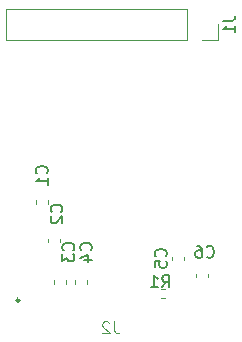
<source format=gbr>
%TF.GenerationSoftware,KiCad,Pcbnew,7.0.2*%
%TF.CreationDate,2025-01-10T16:23:45-06:00*%
%TF.ProjectId,gateDr_displayboard,67617465-4472-45f6-9469-73706c617962,rev?*%
%TF.SameCoordinates,Original*%
%TF.FileFunction,Legend,Bot*%
%TF.FilePolarity,Positive*%
%FSLAX46Y46*%
G04 Gerber Fmt 4.6, Leading zero omitted, Abs format (unit mm)*
G04 Created by KiCad (PCBNEW 7.0.2) date 2025-01-10 16:23:45*
%MOMM*%
%LPD*%
G01*
G04 APERTURE LIST*
%ADD10C,0.150000*%
%ADD11C,0.100000*%
%ADD12C,0.120000*%
%ADD13C,0.241050*%
G04 APERTURE END LIST*
D10*
%TO.C,C3*%
X72117380Y-83333333D02*
X72165000Y-83285714D01*
X72165000Y-83285714D02*
X72212619Y-83142857D01*
X72212619Y-83142857D02*
X72212619Y-83047619D01*
X72212619Y-83047619D02*
X72165000Y-82904762D01*
X72165000Y-82904762D02*
X72069761Y-82809524D01*
X72069761Y-82809524D02*
X71974523Y-82761905D01*
X71974523Y-82761905D02*
X71784047Y-82714286D01*
X71784047Y-82714286D02*
X71641190Y-82714286D01*
X71641190Y-82714286D02*
X71450714Y-82761905D01*
X71450714Y-82761905D02*
X71355476Y-82809524D01*
X71355476Y-82809524D02*
X71260238Y-82904762D01*
X71260238Y-82904762D02*
X71212619Y-83047619D01*
X71212619Y-83047619D02*
X71212619Y-83142857D01*
X71212619Y-83142857D02*
X71260238Y-83285714D01*
X71260238Y-83285714D02*
X71307857Y-83333333D01*
X71212619Y-83666667D02*
X71212619Y-84285714D01*
X71212619Y-84285714D02*
X71593571Y-83952381D01*
X71593571Y-83952381D02*
X71593571Y-84095238D01*
X71593571Y-84095238D02*
X71641190Y-84190476D01*
X71641190Y-84190476D02*
X71688809Y-84238095D01*
X71688809Y-84238095D02*
X71784047Y-84285714D01*
X71784047Y-84285714D02*
X72022142Y-84285714D01*
X72022142Y-84285714D02*
X72117380Y-84238095D01*
X72117380Y-84238095D02*
X72165000Y-84190476D01*
X72165000Y-84190476D02*
X72212619Y-84095238D01*
X72212619Y-84095238D02*
X72212619Y-83809524D01*
X72212619Y-83809524D02*
X72165000Y-83714286D01*
X72165000Y-83714286D02*
X72117380Y-83666667D01*
%TO.C,C6*%
X83416666Y-83867380D02*
X83464285Y-83915000D01*
X83464285Y-83915000D02*
X83607142Y-83962619D01*
X83607142Y-83962619D02*
X83702380Y-83962619D01*
X83702380Y-83962619D02*
X83845237Y-83915000D01*
X83845237Y-83915000D02*
X83940475Y-83819761D01*
X83940475Y-83819761D02*
X83988094Y-83724523D01*
X83988094Y-83724523D02*
X84035713Y-83534047D01*
X84035713Y-83534047D02*
X84035713Y-83391190D01*
X84035713Y-83391190D02*
X83988094Y-83200714D01*
X83988094Y-83200714D02*
X83940475Y-83105476D01*
X83940475Y-83105476D02*
X83845237Y-83010238D01*
X83845237Y-83010238D02*
X83702380Y-82962619D01*
X83702380Y-82962619D02*
X83607142Y-82962619D01*
X83607142Y-82962619D02*
X83464285Y-83010238D01*
X83464285Y-83010238D02*
X83416666Y-83057857D01*
X82559523Y-82962619D02*
X82749999Y-82962619D01*
X82749999Y-82962619D02*
X82845237Y-83010238D01*
X82845237Y-83010238D02*
X82892856Y-83057857D01*
X82892856Y-83057857D02*
X82988094Y-83200714D01*
X82988094Y-83200714D02*
X83035713Y-83391190D01*
X83035713Y-83391190D02*
X83035713Y-83772142D01*
X83035713Y-83772142D02*
X82988094Y-83867380D01*
X82988094Y-83867380D02*
X82940475Y-83915000D01*
X82940475Y-83915000D02*
X82845237Y-83962619D01*
X82845237Y-83962619D02*
X82654761Y-83962619D01*
X82654761Y-83962619D02*
X82559523Y-83915000D01*
X82559523Y-83915000D02*
X82511904Y-83867380D01*
X82511904Y-83867380D02*
X82464285Y-83772142D01*
X82464285Y-83772142D02*
X82464285Y-83534047D01*
X82464285Y-83534047D02*
X82511904Y-83438809D01*
X82511904Y-83438809D02*
X82559523Y-83391190D01*
X82559523Y-83391190D02*
X82654761Y-83343571D01*
X82654761Y-83343571D02*
X82845237Y-83343571D01*
X82845237Y-83343571D02*
X82940475Y-83391190D01*
X82940475Y-83391190D02*
X82988094Y-83438809D01*
X82988094Y-83438809D02*
X83035713Y-83534047D01*
%TO.C,C4*%
X73617380Y-83333333D02*
X73665000Y-83285714D01*
X73665000Y-83285714D02*
X73712619Y-83142857D01*
X73712619Y-83142857D02*
X73712619Y-83047619D01*
X73712619Y-83047619D02*
X73665000Y-82904762D01*
X73665000Y-82904762D02*
X73569761Y-82809524D01*
X73569761Y-82809524D02*
X73474523Y-82761905D01*
X73474523Y-82761905D02*
X73284047Y-82714286D01*
X73284047Y-82714286D02*
X73141190Y-82714286D01*
X73141190Y-82714286D02*
X72950714Y-82761905D01*
X72950714Y-82761905D02*
X72855476Y-82809524D01*
X72855476Y-82809524D02*
X72760238Y-82904762D01*
X72760238Y-82904762D02*
X72712619Y-83047619D01*
X72712619Y-83047619D02*
X72712619Y-83142857D01*
X72712619Y-83142857D02*
X72760238Y-83285714D01*
X72760238Y-83285714D02*
X72807857Y-83333333D01*
X73045952Y-84190476D02*
X73712619Y-84190476D01*
X72665000Y-83952381D02*
X73379285Y-83714286D01*
X73379285Y-83714286D02*
X73379285Y-84333333D01*
%TO.C,C5*%
X79937380Y-83858333D02*
X79985000Y-83810714D01*
X79985000Y-83810714D02*
X80032619Y-83667857D01*
X80032619Y-83667857D02*
X80032619Y-83572619D01*
X80032619Y-83572619D02*
X79985000Y-83429762D01*
X79985000Y-83429762D02*
X79889761Y-83334524D01*
X79889761Y-83334524D02*
X79794523Y-83286905D01*
X79794523Y-83286905D02*
X79604047Y-83239286D01*
X79604047Y-83239286D02*
X79461190Y-83239286D01*
X79461190Y-83239286D02*
X79270714Y-83286905D01*
X79270714Y-83286905D02*
X79175476Y-83334524D01*
X79175476Y-83334524D02*
X79080238Y-83429762D01*
X79080238Y-83429762D02*
X79032619Y-83572619D01*
X79032619Y-83572619D02*
X79032619Y-83667857D01*
X79032619Y-83667857D02*
X79080238Y-83810714D01*
X79080238Y-83810714D02*
X79127857Y-83858333D01*
X79032619Y-84763095D02*
X79032619Y-84286905D01*
X79032619Y-84286905D02*
X79508809Y-84239286D01*
X79508809Y-84239286D02*
X79461190Y-84286905D01*
X79461190Y-84286905D02*
X79413571Y-84382143D01*
X79413571Y-84382143D02*
X79413571Y-84620238D01*
X79413571Y-84620238D02*
X79461190Y-84715476D01*
X79461190Y-84715476D02*
X79508809Y-84763095D01*
X79508809Y-84763095D02*
X79604047Y-84810714D01*
X79604047Y-84810714D02*
X79842142Y-84810714D01*
X79842142Y-84810714D02*
X79937380Y-84763095D01*
X79937380Y-84763095D02*
X79985000Y-84715476D01*
X79985000Y-84715476D02*
X80032619Y-84620238D01*
X80032619Y-84620238D02*
X80032619Y-84382143D01*
X80032619Y-84382143D02*
X79985000Y-84286905D01*
X79985000Y-84286905D02*
X79937380Y-84239286D01*
%TO.C,C2*%
X71117380Y-80083333D02*
X71165000Y-80035714D01*
X71165000Y-80035714D02*
X71212619Y-79892857D01*
X71212619Y-79892857D02*
X71212619Y-79797619D01*
X71212619Y-79797619D02*
X71165000Y-79654762D01*
X71165000Y-79654762D02*
X71069761Y-79559524D01*
X71069761Y-79559524D02*
X70974523Y-79511905D01*
X70974523Y-79511905D02*
X70784047Y-79464286D01*
X70784047Y-79464286D02*
X70641190Y-79464286D01*
X70641190Y-79464286D02*
X70450714Y-79511905D01*
X70450714Y-79511905D02*
X70355476Y-79559524D01*
X70355476Y-79559524D02*
X70260238Y-79654762D01*
X70260238Y-79654762D02*
X70212619Y-79797619D01*
X70212619Y-79797619D02*
X70212619Y-79892857D01*
X70212619Y-79892857D02*
X70260238Y-80035714D01*
X70260238Y-80035714D02*
X70307857Y-80083333D01*
X70307857Y-80464286D02*
X70260238Y-80511905D01*
X70260238Y-80511905D02*
X70212619Y-80607143D01*
X70212619Y-80607143D02*
X70212619Y-80845238D01*
X70212619Y-80845238D02*
X70260238Y-80940476D01*
X70260238Y-80940476D02*
X70307857Y-80988095D01*
X70307857Y-80988095D02*
X70403095Y-81035714D01*
X70403095Y-81035714D02*
X70498333Y-81035714D01*
X70498333Y-81035714D02*
X70641190Y-80988095D01*
X70641190Y-80988095D02*
X71212619Y-80416667D01*
X71212619Y-80416667D02*
X71212619Y-81035714D01*
%TO.C,R1*%
X79656666Y-86462619D02*
X79989999Y-85986428D01*
X80228094Y-86462619D02*
X80228094Y-85462619D01*
X80228094Y-85462619D02*
X79847142Y-85462619D01*
X79847142Y-85462619D02*
X79751904Y-85510238D01*
X79751904Y-85510238D02*
X79704285Y-85557857D01*
X79704285Y-85557857D02*
X79656666Y-85653095D01*
X79656666Y-85653095D02*
X79656666Y-85795952D01*
X79656666Y-85795952D02*
X79704285Y-85891190D01*
X79704285Y-85891190D02*
X79751904Y-85938809D01*
X79751904Y-85938809D02*
X79847142Y-85986428D01*
X79847142Y-85986428D02*
X80228094Y-85986428D01*
X78704285Y-86462619D02*
X79275713Y-86462619D01*
X78989999Y-86462619D02*
X78989999Y-85462619D01*
X78989999Y-85462619D02*
X79085237Y-85605476D01*
X79085237Y-85605476D02*
X79180475Y-85700714D01*
X79180475Y-85700714D02*
X79275713Y-85748333D01*
%TO.C,C1*%
X69867380Y-76833333D02*
X69915000Y-76785714D01*
X69915000Y-76785714D02*
X69962619Y-76642857D01*
X69962619Y-76642857D02*
X69962619Y-76547619D01*
X69962619Y-76547619D02*
X69915000Y-76404762D01*
X69915000Y-76404762D02*
X69819761Y-76309524D01*
X69819761Y-76309524D02*
X69724523Y-76261905D01*
X69724523Y-76261905D02*
X69534047Y-76214286D01*
X69534047Y-76214286D02*
X69391190Y-76214286D01*
X69391190Y-76214286D02*
X69200714Y-76261905D01*
X69200714Y-76261905D02*
X69105476Y-76309524D01*
X69105476Y-76309524D02*
X69010238Y-76404762D01*
X69010238Y-76404762D02*
X68962619Y-76547619D01*
X68962619Y-76547619D02*
X68962619Y-76642857D01*
X68962619Y-76642857D02*
X69010238Y-76785714D01*
X69010238Y-76785714D02*
X69057857Y-76833333D01*
X69962619Y-77785714D02*
X69962619Y-77214286D01*
X69962619Y-77500000D02*
X68962619Y-77500000D01*
X68962619Y-77500000D02*
X69105476Y-77404762D01*
X69105476Y-77404762D02*
X69200714Y-77309524D01*
X69200714Y-77309524D02*
X69248333Y-77214286D01*
%TO.C,J1*%
X84832619Y-63886666D02*
X85546904Y-63886666D01*
X85546904Y-63886666D02*
X85689761Y-63839047D01*
X85689761Y-63839047D02*
X85785000Y-63743809D01*
X85785000Y-63743809D02*
X85832619Y-63600952D01*
X85832619Y-63600952D02*
X85832619Y-63505714D01*
X85832619Y-64886666D02*
X85832619Y-64315238D01*
X85832619Y-64600952D02*
X84832619Y-64600952D01*
X84832619Y-64600952D02*
X84975476Y-64505714D01*
X84975476Y-64505714D02*
X85070714Y-64410476D01*
X85070714Y-64410476D02*
X85118333Y-64315238D01*
D11*
%TO.C,J2*%
X75583333Y-89362619D02*
X75583333Y-90076904D01*
X75583333Y-90076904D02*
X75630952Y-90219761D01*
X75630952Y-90219761D02*
X75726190Y-90315000D01*
X75726190Y-90315000D02*
X75869047Y-90362619D01*
X75869047Y-90362619D02*
X75964285Y-90362619D01*
X75154761Y-89457857D02*
X75107142Y-89410238D01*
X75107142Y-89410238D02*
X75011904Y-89362619D01*
X75011904Y-89362619D02*
X74773809Y-89362619D01*
X74773809Y-89362619D02*
X74678571Y-89410238D01*
X74678571Y-89410238D02*
X74630952Y-89457857D01*
X74630952Y-89457857D02*
X74583333Y-89553095D01*
X74583333Y-89553095D02*
X74583333Y-89648333D01*
X74583333Y-89648333D02*
X74630952Y-89791190D01*
X74630952Y-89791190D02*
X75202380Y-90362619D01*
X75202380Y-90362619D02*
X74583333Y-90362619D01*
D12*
%TO.C,C3*%
X70490000Y-86165580D02*
X70490000Y-85884420D01*
X71510000Y-86165580D02*
X71510000Y-85884420D01*
%TO.C,C6*%
X83510000Y-85359420D02*
X83510000Y-85640580D01*
X82490000Y-85359420D02*
X82490000Y-85640580D01*
%TO.C,C4*%
X72240000Y-86165580D02*
X72240000Y-85884420D01*
X73260000Y-86165580D02*
X73260000Y-85884420D01*
%TO.C,C5*%
X81510000Y-83884420D02*
X81510000Y-84165580D01*
X80490000Y-83884420D02*
X80490000Y-84165580D01*
%TO.C,C2*%
X69990000Y-82640580D02*
X69990000Y-82359420D01*
X71010000Y-82640580D02*
X71010000Y-82359420D01*
%TO.C,R1*%
X79586359Y-86620000D02*
X79893641Y-86620000D01*
X79586359Y-87380000D02*
X79893641Y-87380000D01*
%TO.C,C1*%
X68990000Y-79390580D02*
X68990000Y-79109420D01*
X70010000Y-79390580D02*
X70010000Y-79109420D01*
%TO.C,J1*%
X66470000Y-65550000D02*
X66470000Y-62890000D01*
X81770000Y-65550000D02*
X66470000Y-65550000D01*
X81770000Y-65550000D02*
X81770000Y-62890000D01*
X83040000Y-65550000D02*
X84370000Y-65550000D01*
X84370000Y-65550000D02*
X84370000Y-64220000D01*
X81770000Y-62890000D02*
X66470000Y-62890000D01*
%TO.C,J2*%
D13*
X67560525Y-87560000D02*
G75*
G03*
X67560525Y-87560000I-120525J0D01*
G01*
%TD*%
M02*

</source>
